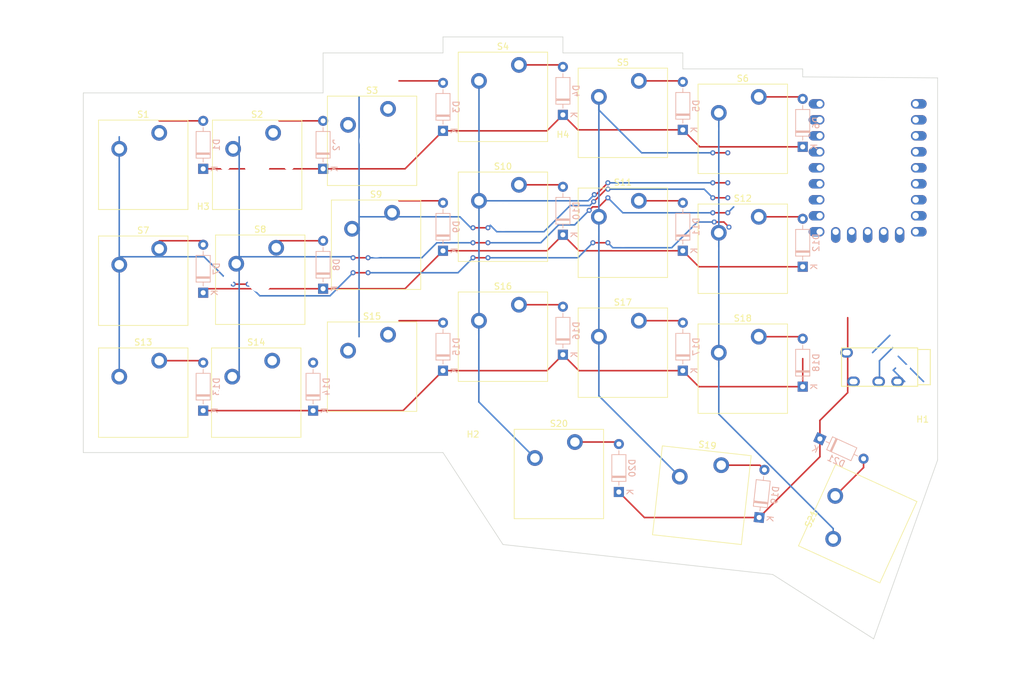
<source format=kicad_pcb>
(kicad_pcb (version 20221018) (generator pcbnew)
  (layers (0 "F.Cu" signal) (31 "B.Cu" signal) (34 "B.Paste" user) (35 "F.Paste" user) (36 "B.SilkS" user "B.Silkscreen") (37 "F.SilkS" user "F.Silkscreen") (38 "B.Mask" user) (39 "F.Mask" user) (44 "Edge.Cuts" user))
  (net 0 "")
  (net 1 "Row 0 L")
  (net 2 "Net-(D1-A)")
  (net 3 "Net-(D2-A)")
  (net 4 "Net-(D3-A)")
  (net 5 "Net-(D4-A)")
  (net 6 "Net-(D5-A)")
  (net 7 "Net-(D6-A)")
  (net 8 "Row 1 L")
  (net 9 "Net-(D7-A)")
  (net 10 "Net-(D8-A)")
  (net 11 "Net-(D9-A)")
  (net 12 "Net-(D10-A)")
  (net 13 "Net-(D11-A)")
  (net 14 "Net-(D12-A)")
  (net 15 "Row 2 L")
  (net 16 "Net-(D13-A)")
  (net 17 "Net-(D14-A)")
  (net 18 "Net-(D15-A)")
  (net 19 "Net-(D16-A)")
  (net 20 "Net-(D17-A)")
  (net 21 "Net-(D18-A)")
  (net 22 "Net-(D19-A)")
  (net 23 "Net-(D20-A)")
  (net 24 "Net-(D21-A)")
  (net 33 "Column 5 L")
  (net 34 "Row 3 L")
  (net 35 "Column 0 L")
  (net 36 "Column 1 L")
  (net 37 "Column 2 L")
  (net 38 "Column 3 L")
  (net 39 "Column 4 L")
  (net 40 "SLC Left")
  (net 41 "SDA Left")
  (net 43 "GND L")
  (net 44 "VCC L")
  (footprint "ScottoKeebs_MX:MX_PCB_1.00u" (layer "F.Cu") (at 148.5775 80.645)
    (fp_text reference "S4" (at 0 -8) (layer "F.SilkS"))
    (fp_text value "Keyswitch")
    (pad "" np_thru_hole circle (at -5.08 0) (size 1.75 1.75) (drill 1.75) (layers "*.Cu" "*.Mask"))
    (pad "" np_thru_hole circle (at 0 0) (size 4 4) (drill 4) (layers "*.Cu" "*.Mask"))
    (pad "" np_thru_hole circle (at 5.08 0) (size 1.75 1.75) (drill 1.75) (layers "*.Cu" "*.Mask"))
    (pad "1" thru_hole circle (at -3.81 -2.54) (size 2.5 2.5) (drill 1.5) (layers "*.Cu" "*.Mask") (net 38 "Column 3 L"))
    (pad "2" thru_hole circle (at 2.54 -5.08) (size 2.5 2.5) (drill 1.5) (layers "*.Cu" "*.Mask") (net 5 "Net-(D4-A)"))
  )
  (footprint "ScottoKeebs_MX:MX_PCB_1.00u" (layer "F.Cu") (at 127.78125 87.63)
    (fp_text reference "S3" (at 0 -8) (layer "F.SilkS"))
    (fp_text value "Keyswitch")
    (pad "" np_thru_hole circle (at -5.08 0) (size 1.75 1.75) (drill 1.75) (layers "*.Cu" "*.Mask"))
    (pad "" np_thru_hole circle (at 0 0) (size 4 4) (drill 4) (layers "*.Cu" "*.Mask"))
    (pad "" np_thru_hole circle (at 5.08 0) (size 1.75 1.75) (drill 1.75) (layers "*.Cu" "*.Mask"))
    (pad "1" thru_hole circle (at -3.81 -2.54) (size 2.5 2.5) (drill 1.5) (layers "*.Cu" "*.Mask") (net 37 "Column 2 L"))
    (pad "2" thru_hole circle (at 2.54 -5.08) (size 2.5 2.5) (drill 1.5) (layers "*.Cu" "*.Mask") (net 4 "Net-(D3-A)"))
  )
  (footprint "ScottoKeebs_MX:MX_PCB_1.00u" (layer "F.Cu") (at 109.37875 127.635)
    (fp_text reference "S14" (at 0 -8) (layer "F.SilkS"))
    (fp_text value "Keyswitch")
    (pad "" np_thru_hole circle (at -5.08 0) (size 1.75 1.75) (drill 1.75) (layers "*.Cu" "*.Mask"))
    (pad "" np_thru_hole circle (at 0 0) (size 4 4) (drill 4) (layers "*.Cu" "*.Mask"))
    (pad "" np_thru_hole circle (at 5.08 0) (size 1.75 1.75) (drill 1.75) (layers "*.Cu" "*.Mask"))
    (pad "1" thru_hole circle (at -3.81 -2.54) (size 2.5 2.5) (drill 1.5) (layers "*.Cu" "*.Mask") (net 36 "Column 1 L"))
    (pad "2" thru_hole circle (at 2.54 -5.08) (size 2.5 2.5) (drill 1.5) (layers "*.Cu" "*.Mask") (net 17 "Net-(D14-A)"))
  )
  (footprint "MountingHole:MountingHole_2.2mm_M2_DIN965" (layer "F.Cu") (at 100.9525 100.965)
    (fp_text reference "H3" (at 0 -2.9) (layer "F.SilkS"))
    (fp_text value "Mounting_Hole")
    (pad "" np_thru_hole circle (at 0 0) (size 2.2 2.2) (drill 2.2) (layers "*.Cu" "*.Mask"))
  )
  (footprint "ScottoKeebs_MX:MX_PCB_1.00u" (layer "F.Cu") (at 128.41625 104.14)
    (fp_text reference "S9" (at 0 -8) (layer "F.SilkS"))
    (fp_text value "Keyswitch")
    (pad "" np_thru_hole circle (at -5.08 0) (size 1.75 1.75) (drill 1.75) (layers "*.Cu" "*.Mask"))
    (pad "" np_thru_hole circle (at 0 0) (size 4 4) (drill 4) (layers "*.Cu" "*.Mask"))
    (pad "" np_thru_hole circle (at 5.08 0) (size 1.75 1.75) (drill 1.75) (layers "*.Cu" "*.Mask"))
    (pad "1" thru_hole circle (at -3.81 -2.54) (size 2.5 2.5) (drill 1.5) (layers "*.Cu" "*.Mask") (net 37 "Column 2 L"))
    (pad "2" thru_hole circle (at 2.54 -5.08) (size 2.5 2.5) (drill 1.5) (layers "*.Cu" "*.Mask") (net 11 "Net-(D9-A)"))
  )
  (footprint "ScottoKeebs_Components:TRRS_PJ-320A" (layer "F.Cu") (at 214.47125 123.575192 -90)
    (fp_text reference "LEFT2")
    (fp_text value "TRRS")
    (pad "" np_thru_hole circle (at 0 1.6 270) (size 0.8 0.8) (drill 0.8) (layers "*.Cu" "*.Mask"))
    (pad "" np_thru_hole circle (at 0 8.6 270) (size 0.8 0.8) (drill 0.8) (layers "*.Cu" "*.Mask"))
    (pad "1" thru_hole oval (at -2.3 11.3 270) (size 1.6 2) (drill oval 0.9 1.3) (layers "*.Cu" "*.Mask") (net 43 "GND L"))
    (pad "2" thru_hole oval (at 2.3 10.2 270) (size 1.6 2) (drill oval 0.9 1.3) (layers "*.Cu" "*.Mask") (net 40 "SLC Left"))
    (pad "3" thru_hole oval (at 2.3 6.2 270) (size 1.6 2) (drill oval 0.9 1.3) (layers "*.Cu" "*.Mask") (net 41 "SDA Left"))
    (pad "4" thru_hole oval (at 2.3 3.2 270) (size 1.6 2) (drill oval 0.9 1.3) (layers "*.Cu" "*.Mask") (net 44 "VCC L"))
  )
  (footprint "ScottoKeebs_MX:MX_PCB_1.00u" (layer "F.Cu") (at 186.6775 104.775)
    (fp_text reference "S12" (at 0 -8) (layer "F.SilkS"))
    (fp_text value "Keyswitch")
    (pad "" np_thru_hole circle (at -5.08 0) (size 1.75 1.75) (drill 1.75) (layers "*.Cu" "*.Mask"))
    (pad "" np_thru_hole circle (at 0 0) (size 4 4) (drill 4) (layers "*.Cu" "*.Mask"))
    (pad "" np_thru_hole circle (at 5.08 0) (size 1.75 1.75) (drill 1.75) (layers "*.Cu" "*.Mask"))
    (pad "1" thru_hole circle (at -3.81 -2.54) (size 2.5 2.5) (drill 1.5) (layers "*.Cu" "*.Mask") (net 33 "Column 5 L"))
    (pad "2" thru_hole circle (at 2.54 -5.08) (size 2.5 2.5) (drill 1.5) (layers "*.Cu" "*.Mask") (net 14 "Net-(D12-A)"))
  )
  (footprint "ScottoKeebs_MX:MX_PCB_1.00u" (layer "F.Cu") (at 186.6775 123.825)
    (fp_text reference "S18" (at 0 -8) (layer "F.SilkS"))
    (fp_text value "Keyswitch")
    (pad "" np_thru_hole circle (at -5.08 0) (size 1.75 1.75) (drill 1.75) (layers "*.Cu" "*.Mask"))
    (pad "" np_thru_hole circle (at 0 0) (size 4 4) (drill 4) (layers "*.Cu" "*.Mask"))
    (pad "" np_thru_hole circle (at 5.08 0) (size 1.75 1.75) (drill 1.75) (layers "*.Cu" "*.Mask"))
    (pad "1" thru_hole circle (at -3.81 -2.54) (size 2.5 2.5) (drill 1.5) (layers "*.Cu" "*.Mask") (net 33 "Column 5 L"))
    (pad "2" thru_hole circle (at 2.54 -5.08) (size 2.5 2.5) (drill 1.5) (layers "*.Cu" "*.Mask") (net 21 "Net-(D18-A)"))
  )
  (footprint "ScottoKeebs_MX:MX_PCB_1.00u" (layer "F.Cu") (at 204.937143 148.456963 65.5)
    (fp_text reference "S21" (at -2.371277 -7.035918 65.5) (layer "F.SilkS"))
    (fp_text value "Keyswitch")
    (pad "" np_thru_hole circle (at -5.08 0 65.5) (size 1.75 1.75) (drill 1.75) (layers "*.Cu" "*.Mask"))
    (pad "" np_thru_hole circle (at 0 0 65.5) (size 4 4) (drill 4) (layers "*.Cu" "*.Mask"))
    (pad "" np_thru_hole circle (at 5.08 0 65.5) (size 1.75 1.75) (drill 1.75) (layers "*.Cu" "*.Mask"))
    (pad "1" thru_hole circle (at -3.81 -2.54 65.5) (size 2.5 2.5) (drill 1.5) (layers "*.Cu" "*.Mask") (net 33 "Column 5 L"))
    (pad "2" thru_hole circle (at 2.54 -5.08 65.5) (size 2.5 2.5) (drill 1.5) (layers "*.Cu" "*.Mask") (net 24 "Net-(D21-A)"))
  )
  (footprint "ScottoKeebs_MX:MX_PCB_1.00u" (layer "F.Cu") (at 148.5775 118.745)
    (fp_text reference "S16" (at 0 -8) (layer "F.SilkS"))
    (fp_text value "Keyswitch")
    (pad "" np_thru_hole circle (at -5.08 0) (size 1.75 1.75) (drill 1.75) (layers "*.Cu" "*.Mask"))
    (pad "" np_thru_hole circle (at 0 0) (size 4 4) (drill 4) (layers "*.Cu" "*.Mask"))
    (pad "" np_thru_hole circle (at 5.08 0) (size 1.75 1.75) (drill 1.75) (layers "*.Cu" "*.Mask"))
    (pad "1" thru_hole circle (at -3.81 -2.54) (size 2.5 2.5) (drill 1.5) (layers "*.Cu" "*.Mask") (net 38 "Column 3 L"))
    (pad "2" thru_hole circle (at 2.54 -5.08) (size 2.5 2.5) (drill 1.5) (layers "*.Cu" "*.Mask") (net 19 "Net-(D16-A)"))
  )
  (footprint "MountingHole:MountingHole_2.2mm_M2_DIN965" (layer "F.Cu") (at 143.815 137.16)
    (fp_text reference "H2" (at 0 -2.9) (layer "F.SilkS"))
    (fp_text value "Mounting_Hole")
    (pad "" np_thru_hole circle (at 0 0) (size 2.2 2.2) (drill 2.2) (layers "*.Cu" "*.Mask"))
  )
  (footprint "ScottoKeebs_MX:MX_PCB_1.00u" (layer "F.Cu") (at 148.5775 99.695)
    (fp_text reference "S10" (at 0 -8) (layer "F.SilkS"))
    (fp_text value "Keyswitch")
    (pad "" np_thru_hole circle (at -5.08 0) (size 1.75 1.75) (drill 1.75) (layers "*.Cu" "*.Mask"))
    (pad "" np_thru_hole circle (at 0 0) (size 4 4) (drill 4) (layers "*.Cu" "*.Mask"))
    (pad "" np_thru_hole circle (at 5.08 0) (size 1.75 1.75) (drill 1.75) (layers "*.Cu" "*.Mask"))
    (pad "1" thru_hole circle (at -3.81 -2.54) (size 2.5 2.5) (drill 1.5) (layers "*.Cu" "*.Mask") (net 38 "Column 3 L"))
    (pad "2" thru_hole circle (at 2.54 -5.08) (size 2.5 2.5) (drill 1.5) (layers "*.Cu" "*.Mask") (net 12 "Net-(D10-A)"))
  )
  (footprint "ScottoKeebs_MX:MX_PCB_1.00u" (layer "F.Cu") (at 167.6275 83.185)
    (fp_text reference "S5" (at 0 -8) (layer "F.SilkS"))
    (fp_text value "Keyswitch")
    (pad "" np_thru_hole circle (at -5.08 0) (size 1.75 1.75) (drill 1.75) (layers "*.Cu" "*.Mask"))
    (pad "" np_thru_hole circle (at 0 0) (size 4 4) (drill 4) (layers "*.Cu" "*.Mask"))
    (pad "" np_thru_hole circle (at 5.08 0) (size 1.75 1.75) (drill 1.75) (layers "*.Cu" "*.Mask"))
    (pad "1" thru_hole circle (at -3.81 -2.54) (size 2.5 2.5) (drill 1.5) (layers "*.Cu" "*.Mask") (net 39 "Column 4 L"))
    (pad "2" thru_hole circle (at 2.54 -5.08) (size 2.5 2.5) (drill 1.5) (layers "*.Cu" "*.Mask") (net 6 "Net-(D5-A)"))
  )
  (footprint "ScottoKeebs_MCU:RP2040_Zero" (layer "F.Cu") (at 206.52125 91.91625)
    (fp_text reference "LEFT1" hide)
    (fp_text value "RP2040_Zero" hide)
    (pad "1" thru_hole oval (at 7.62 -10.16 180) (size 2.5 1.5) (drill 1 (offset -0.5 0)) (layers "*.Cu" "*.Mask") (net 1 "Row 0 L"))
    (pad "2" thru_hole oval (at 7.62 -7.62 180) (size 2.5 1.5) (drill 1 (offset -0.5 0)) (layers "*.Cu" "*.Mask"))
    (pad "3" thru_hole oval (at 7.62 -5.08 180) (size 2.5 1.5) (drill 1 (offset -0.5 0)) (layers "*.Cu" "*.Mask"))
    (pad "4" thru_hole oval (at 7.62 -2.54 180) (size 2.5 1.5) (drill 1 (offset -0.5 0)) (layers "*.Cu" "*.Mask"))
    (pad "5" thru_hole oval (at 7.62 0 180) (size 2.5 1.5) (drill 1 (offset -0.5 0)) (layers "*.Cu" "*.Mask"))
    (pad "6" thru_hole oval (at 7.62 2.54 180) (size 2.5 1.5) (drill 1 (offset -0.5 0)) (layers "*.Cu" "*.Mask"))
    (pad "7" thru_hole oval (at 7.62 5.08 180) (size 2.5 1.5) (drill 1 (offset -0.5 0)) (layers "*.Cu" "*.Mask"))
    (pad "8" thru_hole oval (at 7.62 7.62 180) (size 2.5 1.5) (drill 1 (offset -0.5 0)) (layers "*.Cu" "*.Mask"))
    (pad "9" thru_hole oval (at 7.62 10.16 180) (size 2.5 1.5) (drill 1 (offset -0.5 0)) (layers "*.Cu" "*.Mask"))
    (pad "10" thru_hole oval (at 5.08 10.16 90) (size 2.5 1.5) (drill 1 (offset -0.5 0)) (layers "*.Cu" "*.Mask") (net 34 "Row 3 L"))
    (pad "11" thru_hole oval (at 2.54 10.16 90) (size 2.5 1.5) (drill 1 (offset -0.5 0)) (layers "*.Cu" "*.Mask") (net 15 "Row 2 L"))
    (pad "12" thru_hole oval (at 0 10.16 90) (size 2.5 1.5) (drill 1 (offset -0.5 0)) (layers "*.Cu" "*.Mask") (net 8 "Row 1 L"))
    (pad "13" thru_hole oval (at -2.54 10.16 90) (size 2.5 1.5) (drill 1 (offset -0.5 0)) (layers "*.Cu" "*.Mask") (net 41 "SDA Left"))
    (pad "14" thru_hole oval (at -5.08 10.16 90) (size 2.5 1.5) (drill 1 (offset -0.5 0)) (layers "*.Cu" "*.Mask") (net 40 "SLC Left"))
    (pad "15" thru_hole oval (at -7.62 10.16) (size 2.5 1.5) (drill 1 (offset -0.5 0)) (layers "*.Cu" "*.Mask") (net 35 "Column 0 L"))
    (pad "16" thru_hole oval (at -7.62 7.62) (size 2.5 1.5) (drill 1 (offset -0.5 0)) (layers "*.Cu" "*.Mask") (net 36 "Column 1 L"))
    (pad "17" thru_hole oval (at -7.62 5.08) (size 2.5 1.5) (drill 1 (offset -0.5 0)) (layers "*.Cu" "*.Mask") (net 37 "Column 2 L"))
    (pad "18" thru_hole oval (at -7.62 2.54) (size 2.5 1.5) (drill 1 (offset -0.5 0)) (layers "*.Cu" "*.Mask") (net 38 "Column 3 L"))
    (pad "19" thru_hole oval (at -7.62 0) (size 2.5 1.5) (drill 1 (offset -0.5 0)) (layers "*.Cu" "*.Mask") (net 39 "Column 4 L"))
    (pad "20" thru_hole oval (at -7.62 -2.54) (size 2.5 1.5) (drill 1 (offset -0.5 0)) (layers "*.Cu" "*.Mask") (net 33 "Column 5 L"))
    (pad "21" thru_hole oval (at -7.62 -5.08) (size 2.5 1.5) (drill 1 (offset -0.5 0)) (layers "*.Cu" "*.Mask"))
    (pad "22" thru_hole oval (at -7.62 -7.62) (size 2.5 1.5) (drill 1 (offset -0.5 0)) (layers "*.Cu" "*.Mask") (net 43 "GND L"))
    (pad "23" thru_hole oval (at -7.62 -10.16) (size 2.5 1.5) (drill 1 (offset -0.5 0)) (layers "*.Cu" "*.Mask") (net 44 "VCC L"))
  )
  (footprint "ScottoKeebs_MX:MX_PCB_1.00u" (layer "F.Cu") (at 91.4275 91.44)
    (fp_text reference "S1" (at 0 -8) (layer "F.SilkS"))
    (fp_text value "Keyswitch")
    (pad "" np_thru_hole circle (at -5.08 0) (size 1.75 1.75) (drill 1.75) (layers "*.Cu" "*.Mask"))
    (pad "" np_thru_hole circle (at 0 0) (size 4 4) (drill 4) (layers "*.Cu" "*.Mask"))
    (pad "" np_thru_hole circle (at 5.08 0) (size 1.75 1.75) (drill 1.75) (layers "*.Cu" "*.Mask"))
    (pad "1" thru_hole circle (at -3.81 -2.54) (size 2.5 2.5) (drill 1.5) (layers "*.Cu" "*.Mask") (net 35 "Column 0 L"))
    (pad "2" thru_hole circle (at 2.54 -5.08) (size 2.5 2.5) (drill 1.5) (layers "*.Cu" "*.Mask") (net 2 "Net-(D1-A)"))
  )
  (footprint "ScottoKeebs_MX:MX_PCB_1.00u" (layer "F.Cu") (at 167.6275 121.285)
    (fp_text reference "S17" (at 0 -8) (layer "F.SilkS"))
    (fp_text value "Keyswitch")
    (pad "" np_thru_hole circle (at -5.08 0) (size 1.75 1.75) (drill 1.75) (layers "*.Cu" "*.Mask"))
    (pad "" np_thru_hole circle (at 0 0) (size 4 4) (drill 4) (layers "*.Cu" "*.Mask"))
    (pad "" np_thru_hole circle (at 5.08 0) (size 1.75 1.75) (drill 1.75) (layers "*.Cu" "*.Mask"))
    (pad "1" thru_hole circle (at -3.81 -2.54) (size 2.5 2.5) (drill 1.5) (layers "*.Cu" "*.Mask") (net 39 "Column 4 L"))
    (pad "2" thru_hole circle (at 2.54 -5.08) (size 2.5 2.5) (drill 1.5) (layers "*.Cu" "*.Mask") (net 20 "Net-(D17-A)"))
  )
  (footprint "ScottoKeebs_MX:MX_PCB_1.00u" (layer "F.Cu") (at 91.4275 127.635)
    (fp_text reference "S13" (at 0 -8) (layer "F.SilkS"))
    (fp_text value "Keyswitch")
    (pad "" np_thru_hole circle (at -5.08 0) (size 1.75 1.75) (drill 1.75) (layers "*.Cu" "*.Mask"))
    (pad "" np_thru_hole circle (at 0 0) (size 4 4) (drill 4) (layers "*.Cu" "*.Mask"))
    (pad "" np_thru_hole circle (at 5.08 0) (size 1.75 1.75) (drill 1.75) (layers "*.Cu" "*.Mask"))
    (pad "1" thru_hole circle (at -3.81 -2.54) (size 2.5 2.5) (drill 1.5) (layers "*.Cu" "*.Mask") (net 35 "Column 0 L"))
    (pad "2" thru_hole circle (at 2.54 -5.08) (size 2.5 2.5) (drill 1.5) (layers "*.Cu" "*.Mask") (net 16 "Net-(D13-A)"))
  )
  (footprint "ScottoKeebs_MX:MX_PCB_1.00u" (layer "F.Cu") (at 180.177259 143.930389 -6.3)
    (fp_text reference "S19" (at 0 -8 173.7) (layer "F.SilkS"))
    (fp_text value "Keyswitch")
    (pad "" np_thru_hole circle (at -5.08 0 353.7) (size 1.75 1.75) (drill 1.75) (layers "*.Cu" "*.Mask"))
    (pad "" np_thru_hole circle (at 0 0 353.7) (size 4 4) (drill 4) (layers "*.Cu" "*.Mask"))
    (pad "" np_thru_hole circle (at 5.08 0 353.7) (size 1.75 1.75) (drill 1.75) (layers "*.Cu" "*.Mask"))
    (pad "1" thru_hole circle (at -3.81 -2.54 353.7) (size 2.5 2.5) (drill 1.5) (layers "*.Cu" "*.Mask") (net 39 "Column 4 L"))
    (pad "2" thru_hole circle (at 2.54 -5.08 353.7) (size 2.5 2.5) (drill 1.5) (layers "*.Cu" "*.Mask") (net 22 "Net-(D19-A)"))
  )
  (footprint "MountingHole:MountingHole_2.2mm_M2_DIN965" (layer "F.Cu") (at 158.1025 89.535)
    (fp_text reference "H4" (at 0 -2.9) (layer "F.SilkS"))
    (fp_text value "Mounting_Hole")
    (pad "" np_thru_hole circle (at 0 0) (size 2.2 2.2) (drill 2.2) (layers "*.Cu" "*.Mask"))
  )
  (footprint "ScottoKeebs_MX:MX_PCB_1.00u" (layer "F.Cu") (at 110.01375 109.69625)
    (fp_text reference "S8" (at 0 -8) (layer "F.SilkS"))
    (fp_text value "Keyswitch")
    (pad "" np_thru_hole circle (at -5.08 0) (size 1.75 1.75) (drill 1.75) (layers "*.Cu" "*.Mask"))
    (pad "" np_thru_hole circle (at 0 0) (size 4 4) (drill 4) (layers "*.Cu" "*.Mask"))
    (pad "" np_thru_hole circle (at 5.08 0) (size 1.75 1.75) (drill 1.75) (layers "*.Cu" "*.Mask"))
    (pad "1" thru_hole circle (at -3.81 -2.54) (size 2.5 2.5) (drill 1.5) (layers "*.Cu" "*.Mask") (net 36 "Column 1 L"))
    (pad "2" thru_hole circle (at 2.54 -5.08) (size 2.5 2.5) (drill 1.5) (layers "*.Cu" "*.Mask") (net 10 "Net-(D8-A)"))
  )
  (footprint "ScottoKeebs_MX:MX_PCB_1.00u" (layer "F.Cu") (at 127.78125 123.5075)
    (fp_text reference "S15" (at 0 -8) (layer "F.SilkS"))
    (fp_text value "Keyswitch")
    (pad "" np_thru_hole circle (at -5.08 0) (size 1.75 1.75) (drill 1.75) (layers "*.Cu" "*.Mask"))
    (pad "" np_thru_hole circle (at 0 0) (size 4 4) (drill 4) (layers "*.Cu" "*.Mask"))
    (pad "" np_thru_hole circle (at 5.08 0) (size 1.75 1.75) (drill 1.75) (layers "*.Cu" "*.Mask"))
    (pad "1" thru_hole circle (at -3.81 -2.54) (size 2.5 2.5) (drill 1.5) (layers "*.Cu" "*.Mask") (net 37 "Column 2 L"))
    (pad "2" thru_hole circle (at 2.54 -5.08) (size 2.5 2.5) (drill 1.5) (layers "*.Cu" "*.Mask") (net 18 "Net-(D15-A)"))
  )
  (footprint "ScottoKeebs_MX:MX_PCB_1.00u" (layer "F.Cu") (at 91.4275 109.855)
    (fp_text reference "S7" (at 0 -8) (layer "F.SilkS"))
    (fp_text value "Keyswitch")
    (pad "" np_thru_hole circle (at -5.08 0) (size 1.75 1.75) (drill 1.75) (layers "*.Cu" "*.Mask"))
    (pad "" np_thru_hole circle (at 0 0) (size 4 4) (drill 4) (layers "*.Cu" "*.Mask"))
    (pad "" np_thru_hole circle (at 5.08 0) (size 1.75 1.75) (drill 1.75) (layers "*.Cu" "*.Mask"))
    (pad "1" thru_hole circle (at -3.81 -2.54) (size 2.5 2.5) (drill 1.5) (layers "*.Cu" "*.Mask") (net 35 "Column 0 L"))
    (pad "2" thru_hole circle (at 2.54 -5.08) (size 2.5 2.5) (drill 1.5) (layers "*.Cu" "*.Mask") (net 9 "Net-(D7-A)"))
  )
  (footprint "ScottoKeebs_MX:MX_PCB_1.00u" (layer "F.Cu") (at 167.6275 102.235)
    (fp_text reference "S11" (at 0 -8) (layer "F.SilkS"))
    (fp_text value "Keyswitch")
    (pad "" np_thru_hole circle (at -5.08 0) (size 1.75 1.75) (drill 1.75) (layers "*.Cu" "*.Mask"))
    (pad "" np_thru_hole circle (at 0 0) (size 4 4) (drill 4) (layers "*.Cu" "*.Mask"))
    (pad "" np_thru_hole circle (at 5.08 0) (size 1.75 1.75) (drill 1.75) (layers "*.Cu" "*.Mask"))
    (pad "1" thru_hole circle (at -3.81 -2.54) (size 2.5 2.5) (drill 1.5) (layers "*.Cu" "*.Mask") (net 39 "Column 4 L"))
    (pad "2" thru_hole circle (at 2.54 -5.08) (size 2.5 2.5) (drill 1.5) (layers "*.Cu" "*.Mask") (net 13 "Net-(D11-A)"))
  )
  (footprint "ScottoKeebs_MX:MX_PCB_1.00u" (layer "F.Cu") (at 186.6775 85.725)
    (fp_text reference "S6" (at 0 -8) (layer "F.SilkS"))
    (fp_text value "Keyswitch")
    (pad "" np_thru_hole circle (at -5.08 0) (size 1.75 1.75) (drill 1.75) (layers "*.Cu" "*.Mask"))
    (pad "" np_thru_hole circle (at 0 0) (size 4 4) (drill 4) (layers "*.Cu" "*.Mask"))
    (pad "" np_thru_hole circle (at 5.08 0) (size 1.75 1.75) (drill 1.75) (layers "*.Cu" "*.Mask"))
    (pad "1" thru_hole circle (at -3.81 -2.54) (size 2.5 2.5) (drill 1.5) (layers "*.Cu" "*.Mask") (net 33 "Column 5 L"))
    (pad "2" thru_hole circle (at 2.54 -5.08) (size 2.5 2.5) (drill 1.5) (layers "*.Cu" "*.Mask") (net 7 "Net-(D6-A)"))
  )
  (footprint "ScottoKeebs_MX:MX_PCB_1.00u" (layer "F.Cu") (at 157.4675 140.561442)
    (fp_text reference "S20" (at 0 -8) (layer "F.SilkS"))
    (fp_text value "Keyswitch")
    (pad "" np_thru_hole circle (at -5.08 0) (size 1.75 1.75) (drill 1.75) (layers "*.Cu" "*.Mask"))
    (pad "" np_thru_hole circle (at 0 0) (size 4 4) (drill 4) (layers "*.Cu" "*.Mask"))
    (pad "" np_thru_hole circle (at 5.08 0) (size 1.75 1.75) (drill 1.75) (layers "*.Cu" "*.Mask"))
    (pad "1" thru_hole circle (at -3.81 -2.54) (size 2.5 2.5) (drill 1.5) (layers "*.Cu" "*.Mask") (net 38 "Column 3 L"))
    (pad "2" thru_hole circle (at 2.54 -5.08) (size 2.5 2.5) (drill 1.5) (layers "*.Cu" "*.Mask") (net 23 "Net-(D20-A)"))
  )
  (footprint "ScottoKeebs_MX:MX_PCB_1.00u" (layer "F.Cu") (at 109.525 91.44)
    (fp_text reference "S2" (at 0 -8) (layer "F.SilkS"))
    (fp_text value "Keyswitch")
    (pad "" np_thru_hole circle (at -5.08 0) (size 1.75 1.75) (drill 1.75) (layers "*.Cu" "*.Mask"))
    (pad "" np_thru_hole circle (at 0 0) (size 4 4) (drill 4) (layers "*.Cu" "*.Mask"))
    (pad "" np_thru_hole circle (at 5.08 0) (size 1.75 1.75) (drill 1.75) (layers "*.Cu" "*.Mask"))
    (pad "1" thru_hole circle (at -3.81 -2.54) (size 2.5 2.5) (drill 1.5) (layers "*.Cu" "*.Mask") (net 36 "Column 1 L"))
    (pad "2" thru_hole circle (at 2.54 -5.08) (size 2.5 2.5) (drill 1.5) (layers "*.Cu" "*.Mask") (net 3 "Net-(D2-A)"))
  )
  (footprint "MountingHole:MountingHole_2.2mm_M2_DIN965" (layer "F.Cu") (at 215.2525 134.77875)
    (fp_text reference "H1" (at 0 -2.9) (layer "F.SilkS"))
    (fp_text value "Mounting_Hole")
    (pad "" np_thru_hole circle (at 0 0) (size 2.2 2.2) (drill 2.2) (layers "*.Cu" "*.Mask"))
  )
  (footprint "ScottoKeebs_Components:Diode_DO-35" (layer "B.Cu") (at 158.1025 102.5525 90)
    (fp_text reference "D10" (at 3.81 2.12 90) (layer "B.SilkS") (effects (justify mirror)))
    (fp_text value "Diode")
    (fp_text user "K" (at 0 1.8 90) (layer "B.SilkS") (effects (justify mirror)))
    (pad "1" thru_hole rect (at 0 0 90) (size 1.6 1.6) (drill 0.8) (layers "*.Cu" "*.Mask") (net 8 "Row 1 L"))
    (pad "2" thru_hole oval (at 7.62 0 90) (size 1.6 1.6) (drill 0.8) (layers "*.Cu" "*.Mask") (net 12 "Net-(D10-A)"))
  )
  (footprint "ScottoKeebs_Components:Diode_DO-35" (layer "B.Cu") (at 139.0525 86.0425 90)
    (fp_text reference "D3" (at 3.81 2.12 90) (layer "B.SilkS") (effects (justify mirror)))
    (fp_text value "Diode")
    (fp_text user "K" (at 0 1.8 90) (layer "B.SilkS") (effects (justify mirror)))
    (pad "1" thru_hole rect (at 0 0 90) (size 1.6 1.6) (drill 0.8) (layers "*.Cu" "*.Mask") (net 1 "Row 0 L"))
    (pad "2" thru_hole oval (at 7.62 0 90) (size 1.6 1.6) (drill 0.8) (layers "*.Cu" "*.Mask") (net 4 "Net-(D3-A)"))
  )
  (footprint "ScottoKeebs_Components:Diode_DO-35" (layer "B.Cu") (at 177.1525 85.88375 90)
    (fp_text reference "D5" (at 3.81 2.12 90) (layer "B.SilkS") (effects (justify mirror)))
    (fp_text value "Diode")
    (fp_text user "K" (at 0 1.8 90) (layer "B.SilkS") (effects (justify mirror)))
    (pad "1" thru_hole rect (at 0 0 90) (size 1.6 1.6) (drill 0.8) (layers "*.Cu" "*.Mask") (net 1 "Row 0 L"))
    (pad "2" thru_hole oval (at 7.62 0 90) (size 1.6 1.6) (drill 0.8) (layers "*.Cu" "*.Mask") (net 6 "Net-(D5-A)"))
  )
  (footprint "ScottoKeebs_Components:Diode_DO-35" (layer "B.Cu") (at 100.9525 130.4925 90)
    (fp_text reference "D13" (at 3.81 2.12 90) (layer "B.SilkS") (effects (justify mirror)))
    (fp_text value "Diode")
    (fp_text user "K" (at 0 1.8 90) (layer "B.SilkS") (effects (justify mirror)))
    (pad "1" thru_hole rect (at 0 0 90) (size 1.6 1.6) (drill 0.8) (layers "*.Cu" "*.Mask") (net 15 "Row 2 L"))
    (pad "2" thru_hole oval (at 7.62 0 90) (size 1.6 1.6) (drill 0.8) (layers "*.Cu" "*.Mask") (net 16 "Net-(D13-A)"))
  )
  (footprint "ScottoKeebs_Components:Diode_DO-35" (layer "B.Cu") (at 100.9525 111.76 90)
    (fp_text reference "D7" (at 3.81 2.12 90) (layer "B.SilkS") (effects (justify mirror)))
    (fp_text value "Diode")
    (fp_text user "K" (at 0 1.8 90) (layer "B.SilkS") (effects (justify mirror)))
    (pad "1" thru_hole rect (at 0 0 90) (size 1.6 1.6) (drill 0.8) (layers "*.Cu" "*.Mask") (net 8 "Row 1 L"))
    (pad "2" thru_hole oval (at 7.62 0 90) (size 1.6 1.6) (drill 0.8) (layers "*.Cu" "*.Mask") (net 9 "Net-(D7-A)"))
  )
  (footprint "ScottoKeebs_Components:Diode_DO-35" (layer "B.Cu") (at 120.0025 111.125 90)
    (fp_text reference "D8" (at 3.81 2.12 90) (layer "B.SilkS") (effects (justify mirror)))
    (fp_text value "Diode")
    (fp_text user "K" (at 0 1.8 90) (layer "B.SilkS") (effects (justify mirror)))
    (pad "1" thru_hole rect (at 0 0 90) (size 1.6 1.6) (drill 0.8) (layers "*.Cu" "*.Mask") (net 8 "Row 1 L"))
    (pad "2" thru_hole oval (at 7.62 0 90) (size 1.6 1.6) (drill 0.8) (layers "*.Cu" "*.Mask") (net 10 "Net-(D8-A)"))
  )
  (footprint "ScottoKeebs_Components:Diode_DO-35" (layer "B.Cu") (at 158.1025 83.5025 90)
    (fp_text reference "D4" (at 3.81 2.12 90) (layer "B.SilkS") (effects (justify mirror)))
    (fp_text value "Diode")
    (fp_text user "K" (at 0 1.8 90) (layer "B.SilkS") (effects (justify mirror)))
    (pad "1" thru_hole rect (at 0 0 90) (size 1.6 1.6) (drill 0.8) (layers "*.Cu" "*.Mask") (net 1 "Row 0 L"))
    (pad "2" thru_hole oval (at 7.62 0 90) (size 1.6 1.6) (drill 0.8) (layers "*.Cu" "*.Mask") (net 5 "Net-(D4-A)"))
  )
  (footprint "ScottoKeebs_Components:Diode_DO-35" (layer "B.Cu") (at 166.9925 143.418942 90)
    (fp_text reference "D20" (at 3.81 2.12 -270) (layer "B.SilkS") (effects (justify mirror)))
    (fp_text value "Diode")
    (fp_text user "K" (at 0 1.8 -270) (layer "B.SilkS") (effects (justify mirror)))
    (pad "1" thru_hole rect (at 0 0 90) (size 1.6 1.6) (drill 0.8) (layers "*.Cu" "*.Mask") (net 34 "Row 3 L"))
    (pad "2" thru_hole oval (at 7.62 0 90) (size 1.6 1.6) (drill 0.8) (layers "*.Cu" "*.Mask") (net 23 "Net-(D20-A)"))
  )
  (footprint "ScottoKeebs_Components:Diode_DO-35" (layer "B.Cu") (at 198.933584 134.970732 -24.5)
    (fp_text reference "D21" (at 3.81 2.12 155.5) (layer "B.SilkS") (effects (justify mirror)))
    (fp_text value "Diode")
    (fp_text user "K" (at 0 1.799999 155.5) (layer "B.SilkS") (effects (justify mirror)))
    (pad "1" thru_hole rect (at 0 0 335.5) (size 1.6 1.6) (drill 0.8) (layers "*.Cu" "*.Mask") (net 34 "Row 3 L"))
    (pad "2" thru_hole oval (at 7.62 0 335.5) (size 1.6 1.6) (drill 0.8) (layers "*.Cu" "*.Mask") (net 24 "Net-(D21-A)"))
  )
  (footprint "ScottoKeebs_Components:Diode_DO-35" (layer "B.Cu") (at 177.1525 124.1425 90)
    (fp_text reference "D17" (at 3.81 2.12 90) (layer "B.SilkS") (effects (justify mirror)))
    (fp_text value "Diode")
    (fp_text user "K" (at 0 1.8 90) (layer "B.SilkS") (effects (justify mirror)))
    (pad "1" thru_hole rect (at 0 0 90) (size 1.6 1.6) (drill 0.8) (layers "*.Cu" "*.Mask") (net 15 "Row 2 L"))
    (pad "2" thru_hole oval (at 7.62 0 90) (size 1.6 1.6) (drill 0.8) (layers "*.Cu" "*.Mask") (net 20 "Net-(D17-A)"))
  )
  (footprint "ScottoKeebs_Components:Diode_DO-35" (layer "B.Cu") (at 196.2025 126.6825 90)
    (fp_text reference "D18" (at 3.81 2.12 90) (layer "B.SilkS") (effects (justify mirror)))
    (fp_text value "Diode")
    (fp_text user "K" (at 0 1.8 90) (layer "B.SilkS") (effects (justify mirror)))
    (pad "1" thru_hole rect (at 0 0 90) (size 1.6 1.6) (drill 0.8) (layers "*.Cu" "*.Mask") (net 15 "Row 2 L"))
    (pad "2" thru_hole oval (at 7.62 0 90) (size 1.6 1.6) (drill 0.8) (layers "*.Cu" "*.Mask") (net 21 "Net-(D18-A)"))
  )
  (footprint "ScottoKeebs_Components:Diode_DO-35" (layer "B.Cu") (at 100.9525 92.075 90)
    (fp_text reference "D1" (at 3.81 2.12 90) (layer "B.SilkS") (effects (justify mirror)))
    (fp_text value "Diode")
    (fp_text user "K" (at 0 1.8 90) (layer "B.SilkS") (effects (justify mirror)))
    (pad "1" thru_hole rect (at 0 0 90) (size 1.6 1.6) (drill 0.8) (layers "*.Cu" "*.Mask") (net 1 "Row 0 L"))
    (pad "2" thru_hole oval (at 7.62 0 90) (size 1.6 1.6) (drill 0.8) (layers "*.Cu" "*.Mask") (net 2 "Net-(D1-A)"))
  )
  (footprint "ScottoKeebs_Components:Diode_DO-35" (layer "B.Cu") (at 120.0025 92.075 90)
    (fp_text reference "D2" (at 3.81 2.12 90) (layer "B.SilkS") (effects (justify mirror)))
    (fp_text value "Diode")
    (fp_text user "K" (at 0 1.8 90) (layer "B.SilkS") (effects (justify mirror)))
    (pad "1" thru_hole rect (at 0 0 90) (size 1.6 1.6) (drill 0.8) (layers "*.Cu" "*.Mask") (net 1 "Row 0 L"))
    (pad "2" thru_hole oval (at 7.62 0 90) (size 1.6 1.6) (drill 0.8) (layers "*.Cu" "*.Mask") (net 3 "Net-(D2-A)"))
  )
  (footprint "ScottoKeebs_Components:Diode_DO-35" (layer "B.Cu") (at 196.2025 88.5825 90)
    (fp_text reference "D6" (at 3.81 2.12 90) (layer "B.SilkS") (effects (justify mirror)))
    (fp_text value "Diode")
    (fp_text user "K" (at 0 1.8 90) (layer "B.SilkS") (effects (justify mirror)))
    (pad "1" thru_hole rect (at 0 0 90) (size 1.6 1.6) (drill 0.8) (layers "*.Cu" "*.Mask") (net 1 "Row 0 L"))
    (pad "2" thru_hole oval (at 7.62 0 90) (size 1.6 1.6) (drill 0.8) (layers "*.Cu" "*.Mask") (net 7 "Net-(D6-A)"))
  )
  (footprint "ScottoKeebs_Components:Diode_DO-35" (layer "B.Cu") (at 177.1525 105.0925 90)
    (fp_text reference "D11" (at 3.81 2.12 90) (layer "B.SilkS") (effects (justify mirror)))
    (fp_text value "Diode")
    (fp_text user "K" (at 0 1.8 90) (layer "B.SilkS") (effects (justify mirror)))
    (pad "1" thru_hole rect (at 0 0 90) (size 1.6 1.6) (drill 0.8) (layers "*.Cu" "*.Mask") (net 8 "Row 1 L"))
    (pad "2" thru_hole oval (at 7.62 0 90) (size 1.6 1.6) (drill 0.8) (layers "*.Cu" "*.Mask") (net 13 "Net-(D11-A)"))
  )
  (footprint "ScottoKeebs_Components:Diode_DO-35" (layer "B.Cu") (at 196.2025 107.6325 90)
    (fp_text reference "D12" (at 3.81 2.12 90) (layer "B.SilkS") (effects (justify mirror)))
    (fp_text value "Diode")
    (fp_text user "K" (at 0 1.8 90) (layer "B.SilkS") (effects (justify mirror)))
    (pad "1" thru_hole rect (at 0 0 90) (size 1.6 1.6) (drill 0.8) (layers "*.Cu" "*.Mask") (net 8 "Row 1 L"))
    (pad "2" thru_hole oval (at 7.62 0 90) (size 1.6 1.6) (drill 0.8) (layers "*.Cu" "*.Mask") (net 14 "Net-(D12-A)"))
  )
  (footprint "ScottoKeebs_Components:Diode_DO-35" (layer "B.Cu") (at 158.1025 121.6025 90)
    (fp_text reference "D16" (at 3.81 2.12 90) (layer "B.SilkS") (effects (justify mirror)))
    (fp_text value "Diode")
    (fp_text user "K" (at 0 1.8 90) (layer "B.SilkS") (effects (justify mirror)))
    (pad "1" thru_hole rect (at 0 0 90) (size 1.6 1.6) (drill 0.8) (layers "*.Cu" "*.Mask") (net 15 "Row 2 L"))
    (pad "2" thru_hole oval (at 7.62 0 90) (size 1.6 1.6) (drill 0.8) (layers "*.Cu" "*.Mask") (net 19 "Net-(D16-A)"))
  )
  (footprint "ScottoKeebs_Components:Diode_DO-35" (layer "B.Cu") (at 118.415 130.4925 90)
    (fp_text reference "D14" (at 3.81 2.12 90) (layer "B.SilkS") (effects (justify mirror)))
    (fp_text value "Diode")
    (fp_text user "K" (at 0 1.8 90) (layer "B.SilkS") (effects (justify mirror)))
    (pad "1" thru_hole rect (at 0 0 90) (size 1.6 1.6) (drill 0.8) (layers "*.Cu" "*.Mask") (net 15 "Row 2 L"))
    (pad "2" thru_hole oval (at 7.62 0 90) (size 1.6 1.6) (drill 0.8) (layers "*.Cu" "*.Mask") (net 17 "Net-(D14-A)"))
  )
  (footprint "ScottoKeebs_Components:Diode_DO-35" (layer "B.Cu") (at 139.0525 124.1425 90)
    (fp_text reference "D15" (at 3.81 2.12 90) (layer "B.SilkS") (effects (justify mirror)))
    (fp_text value "Diode")
    (fp_text user "K" (at 0 1.8 90) (layer "B.SilkS") (effects (justify mirror)))
    (pad "1" thru_hole rect (at 0 0 90) (size 1.6 1.6) (drill 0.8) (layers "*.Cu" "*.Mask") (net 15 "Row 2 L"))
    (pad "2" thru_hole oval (at 7.62 0 90) (size 1.6 1.6) (drill 0.8) (layers "*.Cu" "*.Mask") (net 18 "Net-(D15-A)"))
  )
  (footprint "ScottoKeebs_Components:Diode_DO-35" (layer "B.Cu") (at 189.283361 147.473357 83.7)
    (fp_text reference "D19" (at 3.81 2.12 83.7) (layer "B.SilkS") (effects (justify mirror)))
    (fp_text value "Diode")
    (fp_text user "K" (at 0 1.8 83.7) (layer "B.SilkS") (effects (justify mirror)))
    (pad "1" thru_hole rect (at 0 0 83.7) (size 1.6 1.6) (drill 0.8) (layers "*.Cu" "*.Mask") (net 34 "Row 3 L"))
    (pad "2" thru_hole oval (at 7.62 0 83.7) (size 1.6 1.6) (drill 0.8) (layers "*.Cu" "*.Mask") (net 22 "Net-(D19-A)"))
  )
  (footprint "ScottoKeebs_Components:Diode_DO-35" (layer "B.Cu") (at 139.0525 105.0925 90)
    (fp_text reference "D9" (at 3.81 2.12 90) (layer "B.SilkS") (effects (justify mirror)))
    (fp_text value "Diode")
    (fp_text user "K" (at 0 1.8 90) (layer "B.SilkS") (effects (justify mirror)))
    (pad "1" thru_hole rect (at 0 0 90) (size 1.6 1.6) (drill 0.8) (layers "*.Cu" "*.Mask") (net 8 "Row 1 L"))
    (pad "2" thru_hole oval (at 7.62 0 90) (size 1.6 1.6) (drill 0.8) (layers "*.Cu" "*.Mask") (net 11 "Net-(D9-A)"))
  )
  (gr_line (start 217.63375 77.62875) (end 217.63375 138.338942) (stroke (width 0.1)) (layer "Edge.Cuts"))
  (gr_line (start 81.9025 137.16) (end 139.0525 137.16) (stroke (width 0.1)) (layer "Edge.Cuts"))
  (gr_line (start 139.0525 137.16) (end 148.5775 151.765) (stroke (width 0.1)) (layer "Edge.Cuts"))
  (gr_line (start 139.0525 73.66) (end 139.0525 71.12) (stroke (width 0.1)) (layer "Edge.Cuts"))
  (gr_line (start 148.5775 151.765) (end 191.44 156.5275) (stroke (width 0.1)) (layer "Edge.Cuts"))
  (gr_line (start 191.44 156.5275) (end 207.47375 166.755192) (stroke (width 0.1)) (layer "Edge.Cuts"))
  (gr_line (start 120.0025 80.01) (end 120.0025 73.66) (stroke (width 0.1)) (layer "Edge.Cuts"))
  (gr_line (start 207.47375 166.755192) (end 217.63375 138.338942) (stroke (width 0.1)) (layer "Edge.Cuts"))
  (gr_line (start 177.1525 76.2) (end 177.1525 73.66) (stroke (width 0.1)) (layer "Edge.Cuts"))
  (gr_line (start 81.9025 80.01) (end 81.9025 137.16) (stroke (width 0.1)) (layer "Edge.Cuts"))
  (gr_line (start 196.2025 77.47) (end 217.63375 77.62875) (stroke (width 0.1)) (layer "Edge.Cuts"))
  (gr_line (start 139.0525 71.12) (end 158.1025 71.12) (stroke (width 0.1)) (layer "Edge.Cuts"))
  (gr_line (start 158.1025 71.12) (end 158.1025 73.66) (stroke (width 0.1)) (layer "Edge.Cuts"))
  (gr_line (start 177.1525 76.2) (end 196.2025 76.2) (stroke (width 0.1)) (layer "Edge.Cuts"))
  (gr_line (start 196.2025 76.2) (end 196.2025 77.47) (stroke (width 0.1)) (layer "Edge.Cuts"))
  (gr_line (start 120.0025 73.66) (end 139.0525 73.66) (stroke (width 0.1)) (layer "Edge.Cuts"))
  (gr_line (start 177.1525 73.66) (end 158.1025 73.66) (stroke (width 0.1)) (layer "Edge.Cuts"))
  (gr_line (start 120.0025 80.01) (end 81.9025 80.01) (stroke (width 0.1)) (layer "Edge.Cuts"))
  (segment (start 133.02 92.075) (end 139.0525 86.0425) (width 0.25) (layer "F.Cu") (net 1))
  (segment (start 179.85125 88.5825) (end 196.2025 88.5825) (width 0.25) (layer "F.Cu") (net 1))
  (segment (start 100.9525 92.075) (end 120.0025 92.075) (width 0.25) (layer "F.Cu") (net 1))
  (segment (start 177.1525 85.88375) (end 179.85125 88.5825) (width 0.25) (layer "F.Cu") (net 1))
  (segment (start 120.0025 92.075) (end 133.02 92.075) (width 0.25) (layer "F.Cu") (net 1))
  (segment (start 155.5625 86.0425) (end 158.1025 83.5025) (width 0.25) (layer "F.Cu") (net 1))
  (segment (start 160.48375 85.88375) (end 177.1525 85.88375) (width 0.25) (layer "F.Cu") (net 1))
  (segment (start 139.0525 86.0425) (end 155.5625 86.0425) (width 0.25) (layer "F.Cu") (net 1))
  (segment (start 158.1025 83.5025) (end 160.48375 85.88375) (width 0.25) (layer "F.Cu") (net 1))
  (segment (start 93.9675 84.455) (end 100.9525 84.455) (width 0.25) (layer "F.Cu") (net 2))
  (segment (start 113.0175 84.455) (end 120.0025 84.455) (width 0.25) (layer "F.Cu") (net 3))
  (segment (start 138.735 78.105) (end 139.0525 78.4225) (width 0.25) (layer "F.Cu") (net 4))
  (segment (start 132.0675 78.105) (end 138.735 78.105) (width 0.25) (layer "F.Cu") (net 4))
  (segment (start 157.785 75.565) (end 158.1025 75.8825) (width 0.25) (layer "F.Cu") (net 5))
  (segment (start 151.1175 75.565) (end 157.785 75.565) (width 0.25) (layer "F.Cu") (net 5))
  (segment (start 176.99375 78.105) (end 177.1525 78.26375) (width 0.25) (layer "F.Cu") (net 6))
  (segment (start 170.1675 78.105) (end 176.99375 78.105) (width 0.25) (layer "F.Cu") (net 6))
  (segment (start 195.885 80.645) (end 196.2025 80.9625) (width 0.25) (layer "F.Cu") (net 7))
  (segment (start 189.2175 80.645) (end 195.885 80.645) (width 0.25) (layer "F.Cu") (net 7))
  (segment (start 160.6425 105.0925) (end 177.1525 105.0925) (width 0.25) (layer "F.Cu") (net 8))
  (segment (start 158.1025 102.5525) (end 160.6425 105.0925) (width 0.25) (layer "F.Cu") (net 8))
  (segment (start 133.02 111.125) (end 139.0525 105.0925) (width 0.25) (layer "F.Cu") (net 8))
  (segment (start 177.1525 105.0925) (end 179.6925 107.6325) (width 0.25) (layer "F.Cu") (net 8))
  (segment (start 120.0025 111.125) (end 133.02 111.125) (width 0.25) (layer "F.Cu") (net 8))
  (segment (start 179.6925 107.6325) (end 196.2025 107.6325) (width 0.25) (layer "F.Cu") (net 8))
  (segment (start 155.5625 105.0925) (end 158.1025 102.5525) (width 0.25) (layer "F.Cu") (net 8))
  (segment (start 100.9525 111.125) (end 120.0025 111.125) (width 0.25) (layer "F.Cu") (net 8))
  (segment (start 139.0525 105.0925) (end 155.5625 105.0925) (width 0.25) (layer "F.Cu") (net 8))
  (segment (start 93.9675 103.505) (end 100.9525 103.505) (width 0.25) (layer "F.Cu") (net 9))
  (segment (start 113.0175 103.505) (end 120.0025 103.505) (width 0.25) (layer "F.Cu") (net 10))
  (segment (start 132.0675 97.155) (end 138.735 97.155) (width 0.25) (layer "F.Cu") (net 11))
  (segment (start 138.735 97.155) (end 139.0525 97.4725) (width 0.25) (layer "F.Cu") (net 11))
  (segment (start 157.785 94.615) (end 158.1025 94.9325) (width 0.25) (layer "F.Cu") (net 12))
  (segment (start 151.1175 94.615) (end 157.785 94.615) (width 0.25) (layer "F.Cu") (net 12))
  (segment (start 176.835 97.155) (end 177.1525 97.4725) (width 0.25) (layer "F.Cu") (net 13))
  (segment (start 170.1675 97.155) (end 176.835 97.155) (width 0.25) (layer "F.Cu") (net 13))
  (segment (start 189.2175 99.695) (end 195.885 99.695) (width 0.25) (layer "F.Cu") (net 14))
  (segment (start 195.885 99.695) (end 196.2025 100.0125) (width 0.25) (layer "F.Cu") (net 14))
  (segment (start 120.0025 130.4925) (end 132.7025 130.4925) (width 0.25) (layer "F.Cu") (net 15))
  (segment (start 132.7025 130.4925) (end 139.0525 124.1425) (width 0.25) (layer "F.Cu") (net 15))
  (segment (start 158.1025 121.6025) (end 160.6425 124.1425) (width 0.25) (layer "F.Cu") (net 15))
  (segment (start 139.0525 124.1425) (end 155.5625 124.1425) (width 0.25) (layer "F.Cu") (net 15))
  (segment (start 196.2025 126.6825) (end 196.2025 122.236104) (width 0.25) (layer "F.Cu") (net 15))
  (segment (start 160.6425 124.1425) (end 177.1525 124.1425) (width 0.25) (layer "F.Cu") (net 15))
  (segment (start 179.6925 126.6825) (end 196.2025 126.6825) (width 0.25) (layer "F.Cu") (net 15))
  (segment (start 177.1525 124.1425) (end 179.6925 126.6825) (width 0.25) (layer "F.Cu") (net 15))
  (segment (start 100.9525 130.4925) (end 120.0025 130.4925) (width 0.25) (layer "F.Cu") (net 15))
  (segment (start 155.5625 124.1425) (end 158.1025 121.6025) (width 0.25) (layer "F.Cu") (net 15))
  (segment (start 93.9675 122.555) (end 100.635 122.555) (width 0.25) (layer "F.Cu") (net 16))
  (segment (start 100.635 122.555) (end 100.9525 122.8725) (width 0.25) (layer "F.Cu") (net 16))
  (segment (start 132.0675 116.205) (end 138.735 116.205) (width 0.25) (layer "F.Cu") (net 18))
  (segment (start 138.735 116.205) (end 139.0525 116.5225) (width 0.25) (layer "F.Cu") (net 18))
  (segment (start 157.785 113.665) (end 158.1025 113.9825) (width 0.25) (layer "F.Cu") (net 19))
  (segment (start 151.1175 113.665) (end 157.785 113.665) (width 0.25) (layer "F.Cu") (net 19))
  (segment (start 176.835 116.205) (end 177.1525 116.5225) (width 0.25) (layer "F.Cu") (net 20))
  (segment (start 170.1675 116.205) (end 176.835 116.205) (width 0.25) (layer "F.Cu") (net 20))
  (segment (start 195.885 118.745) (end 196.2025 119.0625) (width 0.25) (layer "F.Cu") (net 21))
  (segment (start 189.2175 118.745) (end 195.885 118.745) (width 0.25) (layer "F.Cu") (net 21))
  (segment (start 189.379953 139.159792) (end 190.119536 139.899375) (width 0.25) (layer "F.Cu") (net 22))
  (segment (start 183.25937 139.159792) (end 189.379953 139.159792) (width 0.25) (layer "F.Cu") (net 22))
  (segment (start 166.675 135.481442) (end 166.9925 135.798942) (width 0.25) (layer "F.Cu") (net 23))
  (segment (start 160.0075 135.481442) (end 166.675 135.481442) (width 0.25) (layer "F.Cu") (net 23))
  (segment (start 205.867489 139.539392) (end 205.867489 138.130695) (width 0.25) (layer "F.Cu") (net 24))
  (segment (start 201.367861 144.03902) (end 205.867489 139.539392) (width 0.25) (layer "F.Cu") (net 24))
  (segment (start 182.8675 83.185) (end 182.8675 121.285) (width 0.25) (layer "B.Cu") (net 33))
  (segment (start 201.04586 149.234708) (end 201.04586 150.870595) (width 0.25) (layer "B.Cu") (net 33))
  (segment (start 182.8675 131.056348) (end 201.04586 149.234708) (width 0.25) (layer "B.Cu") (net 33))
  (segment (start 182.8675 121.285) (end 182.8675 131.056348) (width 0.25) (layer "B.Cu") (net 33))
  (segment (start 198.933584 137.823134) (end 189.283361 147.473357) (width 0.25) (layer "F.Cu") (net 34))
  (segment (start 198.933584 134.970732) (end 198.933584 137.823134) (width 0.25) (layer "F.Cu") (net 34))
  (segment (start 198.933584 134.970732) (end 198.933584 132.047666) (width 0.25) (layer "F.Cu") (net 34))
  (segment (start 198.933584 132.047666) (end 203.34625 127.635) (width 0.25) (layer "F.Cu") (net 34))
  (segment (start 166.9925 143.418942) (end 171.046915 147.473357) (width 0.25) (layer "F.Cu") (net 34))
  (segment (start 203.34625 127.635) (end 203.34625 115.72875) (width 0.25) (layer "F.Cu") (net 34))
  (segment (start 171.046915 147.473357) (end 189.283361 147.473357) (width 0.25) (layer "F.Cu") (net 34))
  (segment (start 105.715 110.4) (end 108.09625 110.4) (width 0.25) (layer "F.Cu") (net 35))
  (segment (start 143.815 106.20375) (end 146.19625 106.20375) (width 0.25) (layer "F.Cu") (net 35))
  (segment (start 183.673954 100.52582) (end 184.484693 101.336559) (width 0.25) (layer "F.Cu") (net 35))
  (segment (start 182.1425 100.52582) (end 183.673954 100.52582) (width 0.25) (layer "F.Cu") (net 35))
  (segment (start 124.765 108.585) (end 127.14625 108.585) (width 0.25) (layer "F.Cu") (net 35))
  (segment (start 162.865 103.8225) (end 165.24625 103.8225) (width 0.25) (layer "F.Cu") (net 35))
  (via (at 108.09625 110.4) (size 0.8) (drill 0.4) (layers "F.Cu" "B.Cu") (net 35))
  (via (at 105.715 110.4) (size 0.8) (drill 0.4) (layers "F.Cu" "B.Cu") (net 35))
  (via (at 165.24625 103.8225) (size 0.8) (drill 0.4) (layers "F.Cu" "B.Cu") (net 35))
  (via (at 143.815 106.20375) (size 0.8) (drill 0.4) (layers "F.Cu" "B.Cu") (net 35))
  (via (at 124.765 108.585) (size 0.8) (drill 0.4) (layers "F.Cu" "B.Cu") (net 35))
  (via (at 127.14625 108.585) (size 0.8) (drill 0.4) (layers "F.Cu" "B.Cu") (net 35))
  (via (at 146.19625 106.20375) (size 0.8) (drill 0.4) (layers "F.Cu" "B.Cu") (net 35))
  (via (at 162.865 103.8225) (size 0.8) (drill 0.4) (layers "F.Cu" "B.Cu") (net 35))
  (via (at 184.484693 101.336559) (size 0.8) (drill 0.4) (layers "F.Cu" "B.Cu") (net 35))
  (via (at 182.1425 100.52582) (size 0.8) (drill 0.4) (layers "F.Cu" "B.Cu") (net 35))
  (segment (start 141.43375 108.585) (end 143.815 106.20375) (width 0.25) (layer "B.Cu") (net 35))
  (segment (start 160.48375 106.20375) (end 162.865 103.8225) (width 0.25) (layer "B.Cu") (net 35))
  (segment (start 166.03375 104.61) (end 175.385 104.61) (width 0.25) (layer "B.Cu") (net 35))
  (segment (start 109.94625 112.25) (end 121.1 112.25) (width 0.25) (layer "B.Cu") (net 35))
  (segment (start 146.19625 106.20375) (end 160.48375 106.20375) (width 0.25) (layer "B.Cu") (net 35))
  (segment (start 175.385 104.61) (end 179.46918 100.52582) (width 0.25) (layer "B.Cu") (net 35))
  (segment (start 108.09625 110.4) (end 109.94625 112.25) (width 0.25) (layer "B.Cu") (net 35))
  (segment (start 165.24625 103.8225) (end 166.03375 104.61) (width 0.25) (layer "B.Cu") (net 35))
  (segment (start 121.1 112.25) (end 124.765 108.585) (width 0.25) (layer "B.Cu") (net 35))
  (segment (start 87.6175 106.045) (end 101.089733 106.045) (width 0.25) (layer "B.Cu") (net 35))
  (segment (start 105.444733 110.4) (end 105.715 110.4) (width 0.25) (layer "B.Cu") (net 35))
  (segment (start 179.46918 100.52582) (end 182.1425 100.52582) (width 0.25) (layer "B.Cu") (net 35))
  (segment (start 101.089733 106.045) (end 105.444733 110.4) (width 0.25) (layer "B.Cu") (net 35))
  (segment (start 87.6175 86.995) (end 87.6175 125.095) (width 0.25) (layer "B.Cu") (net 35))
  (segment (start 127.14625 108.585) (end 141.43375 108.585) (width 0.25) (layer "B.Cu") (net 35))
  (segment (start 162.278205 98.668803) (end 162.827008 98.12) (width 0.25) (layer "F.Cu") (net 36))
  (segment (start 124.765 106.20375) (end 127.14625 106.20375) (width 0.25) (layer "F.Cu") (net 36))
  (segment (start 162.827008 98.12) (end 163.805 98.12) (width 0.25) (layer "F.Cu") (net 36))
  (segment (start 181.915 99.06) (end 184.29625 99.06) (width 0.25) (layer "F.Cu") (net 36))
  (segment (start 143.815 103.8225) (end 146.19625 103.8225) (width 0.25) (layer "F.Cu") (net 36))
  (segment (start 163.805 98.12) (end 165.24625 96.67875) (width 0.25) (layer "F.Cu") (net 36))
  (via (at 127.14625 106.20375) (size 0.8) (drill 0.4) (layers "F.Cu" "B.Cu") (net 36))
  (via (at 181.915 99.06) (size 0.8) (drill 0.4) (layers "F.Cu" "B.Cu") (net 36))
  (via (at 184.29625 99.06) (size 0.8) (drill 0.4) (layers "F.Cu" "B.Cu") (net 36))
  (via (at 165.24625 96.67875) (size 0.8) (drill 0.4) (layers "F.Cu" "B.Cu") (net 36))
  (via (at 146.19625 103.8225) (size 0.8) (drill 0.4) (layers "F.Cu" "B.Cu") (net 36))
  (via (at 124.765 106.20375) (size 0.8) (drill 0.4) (layers "F.Cu" "B.Cu") (net 36))
  (via (at 162.278205 98.668803) (size 0.8) (drill 0.4) (layers "F.Cu" "B.Cu") (net 36))
  (via (at 143.815 103.8225) (size 0.8) (drill 0.4) (layers "F.Cu" "B.Cu") (net 36))
  (segment (start 146.19625 103.8225) (end 154.5825 103.8225) (width 0.25) (layer "B.Cu") (net 36))
  (segment (start 165.24625 96.67875) (end 167.6275 99.06) (width 0.25) (layer "B.Cu") (net 36))
  (segment (start 157.42 100.985) (end 159.962008 100.985) (width 0.25) (layer "B.Cu") (net 36))
  (segment (start 138.0725 103.8225) (end 143.815 103.8225) (width 0.25) (layer "B.Cu") (net 36))
  (segment (start 106.6675 86.995) (end 106.6675 125.095) (width 0.25) (layer "B.Cu") (net 36))
  (segment (start 106.6675 106.045) (end 124.60625 106.045) (width 0.25) (layer "B.Cu") (net 36))
  (segment (start 135.69125 106.20375) (end 138.0725 103.8225) (width 0.25) (layer "B.Cu") (net 36))
  (segment (start 167.6275 99.06) (end 181.915 99.06) (width 0.25) (layer "B.Cu") (net 36))
  (segment (start 184.29625 99.06) (end 185.23625 98.12) (width 0.25) (layer "B.Cu") (net 36))
  (segment (start 154.5825 103.8225) (end 157.42 100.985) (width 0.25) (layer "B.Cu") (net 36))
  (segment (start 127.14625 106.20375) (end 135.69125 106.20375) (width 0.25) (layer "B.Cu") (net 36))
  (segment (start 159.962008 100.985) (end 162.278205 98.668803) (width 0.25) (layer "B.Cu") (net 36))
  (segment (start 124.60625 106.045) (end 124.765 106.20375) (width 0.25) (layer "B.Cu") (net 36))
  (segment (start 165.24625 95.297503) (end 165.258902 95.310155) (width 0.25) (layer "F.Cu") (net 37))
  (segment (start 165.24625 95.047806) (end 165.24625 95.0225) (width 0.25) (layer "F.Cu") (net 37))
  (segment (start 165.24625 95.0225) (end 165.24625 95.297503) (width 0.25) (layer "F.Cu") (net 37))
  (segment (start 181.915 96.67875) (end 184.29625 96.67875) (width 0.25) (layer "F.Cu") (net 37))
  (segment (start 143.815 101.44125) (end 146.19625 101.44125) (width 0.25) (layer "F.Cu") (net 37))
  (segment (start 162.994883 97.299173) (end 165.24625 95.047806) (width 0.25) (layer "F.Cu") (net 37))
  (via (at 165.258902 95.310155) (size 0.8) (drill 0.4) (layers "F.Cu" "B.Cu") (net 37))
  (via (at 146.19625 101.44125) (size 0.8) (drill 0.4) (layers "F.Cu" "B.Cu") (net 37))
  (via (at 143.815 101.44125) (size 0.8) (drill 0.4) (layers "F.Cu" "B.Cu") (net 37))
  (via (at 162.994883 97.299173) (size 0.8) (drill 0.4) (layers "F.Cu" "B.Cu") (net 37))
  (via (at 184.29625 96.67875) (size 0.8) (drill 0.4) (layers "F.Cu" "B.Cu") (net 37))
  (via (at 181.915 96.67875) (size 0.8) (drill 0.4) (layers "F.Cu" "B.Cu") (net 37))
  (segment (start 125.7175 80.645) (end 125.7175 118.745) (width 0.25) (layer "B.Cu") (net 37))
  (segment (start 165.258902 95.310155) (end 180.546405 95.310155) (width 0.25) (layer "B.Cu") (net 37))
  (segment (start 141.729733 99.695) (end 143.475983 101.44125) (width 0.25) (layer "B.Cu") (net 37))
  (segment (start 159.253866 97.908634) (end 162.385422 97.908634) (width 0.25) (layer "B.Cu") (net 37))
  (segment (start 125.7175 99.695) (end 141.729733 99.695) (width 0.25) (layer "B.Cu") (net 37))
  (segment (start 146.580622 101.056878) (end 147.593743 102.07) (width 0.25) (layer "B.Cu") (net 37))
  (segment (start 143.475983 101.44125) (end 143.815 101.44125) (width 0.25) (layer "B.Cu") (net 37))
  (segment (start 147.593743 102.07) (end 155.0925 102.07) (width 0.25) (layer "B.Cu") (net 37))
  (segment (start 162.385422 97.908634) (end 162.994883 97.299173) (width 0.25) (layer "B.Cu") (net 37))
  (segment (start 155.0925 102.07) (end 159.253866 97.908634) (width 0.25) (layer "B.Cu") (net 37))
  (segment (start 180.546405 95.310155) (end 181.915 96.67875) (width 0.25) (layer "B.Cu") (net 37))
  (segment (start 146.19625 101.44125) (end 146.580622 101.056878) (width 0.25) (layer "B.Cu") (net 37))
  (segment (start 163.0925 96.17625) (end 163.3675 96.17625) (width 0.25) (layer "F.Cu") (net 38))
  (segment (start 163.3675 96.17625) (end 165.24625 94.2975) (width 0.25) (layer "F.Cu") (net 38))
  (segment (start 181.915 94.2975) (end 184.29625 94.2975) (width 0.25) (layer "F.Cu") (net 38))
  (via (at 163.0925 96.17625) (size 0.8) (drill 0.4) (layers "F.Cu" "B.Cu") (net 38))
  (via (at 165.24625 94.2975) (size 0.8) (drill 0.4) (layers "F.Cu" "B.Cu") (net 38))
  (via (at 184.29625 94.2975) (size 0.8) (drill 0.4) (layers "F.Cu" "B.Cu") (net 38))
  (via (at 181.915 94.2975) (size 0.8) (drill 0.4) (layers "F.Cu" "B.Cu") (net 38))
  (segment (start 144.7675 116.205) (end 144.7675 78.105) (width 0.25) (layer "B.Cu") (net 38))
  (segment (start 144.7675 116.205) (end 144.7475 116.225) (width 0.25) (layer "B.Cu") (net 38))
  (segment (start 144.7475 116.225) (end 144.7475 129.111442) (width 0.25) (layer "B.Cu") (net 38))
  (segment (start 144.7475 129.111442) (end 153.6575 138.021442) (width 0.25) (layer "B.Cu") (net 38))
  (segment (start 162.11375 97.155) (end 163.0925 96.17625) (width 0.25) (layer "B.Cu") (net 38))
  (segment (start 165.24625 94.2975) (end 181.915 94.2975) (width 0.25) (layer "B.Cu") (net 38))
  (segment (start 144.7675 97.155) (end 162.11375 97.155) (width 0.25) (layer "B.Cu") (net 38))
  (segment (start 181.915 89.535) (end 184.29625 89.535) (width 0.25) (layer "F.Cu") (net 39))
  (via (at 184.29625 89.535) (size 0.8) (drill 0.4) (layers "F.Cu" "B.Cu") (net 39))
  (via (at 181.915 89.535) (size 0.8) (drill 0.4) (layers "F.Cu" "B.Cu") (net 39))
  (segment (start 184.29625 89.535) (end 184.46875 89.7075) (width 0.25) (layer "B.Cu") (net 39))
  (segment (start 163.8175 118.745) (end 163.8175 128.136147) (width 0.25) (layer "B.Cu") (net 39))
  (segment (start 170.618743 89.535) (end 181.915 89.535) (width 0.25) (layer "B.Cu") (net 39))
  (segment (start 163.8175 128.136147) (end 176.668993 140.98764) (width 0.25) (layer "B.Cu") (net 39))
  (segment (start 163.8175 80.645) (end 163.8175 82.733757) (width 0.25) (layer "B.Cu") (net 39))
  (segment (start 163.8175 82.733757) (end 170.618743 89.535) (width 0.25) (layer "B.Cu") (net 39))
  (segment (start 163.8175 80.645) (end 163.8175 118.745) (width 0.25) (layer "B.Cu") (net 39))
  (segment (start 208.39875 125.875192) (end 208.39875 122.5825) (width 0.25) (layer "B.Cu") (net 41))
  (segment (start 208.39875 122.5825) (end 210.49 120.49125) (width 0.25) (layer "B.Cu") (net 41))
  (segment (start 207.29875 121.275192) (end 210.04 118.533942) (width 0.25) (layer "B.Cu") (net 43))
  (segment (start 210.596758 124.0732) (end 210.94 123.729958) (width 0.25) (layer "B.Cu") (net 44))
  (segment (start 215.39875 125.875192) (end 211.39 121.866442) (width 0.25) (layer "B.Cu") (net 44))
  (segment (start 212.39875 125.875192) (end 210.596758 124.0732) (width 0.25) (layer "B.Cu") (net 44))
)
</source>
